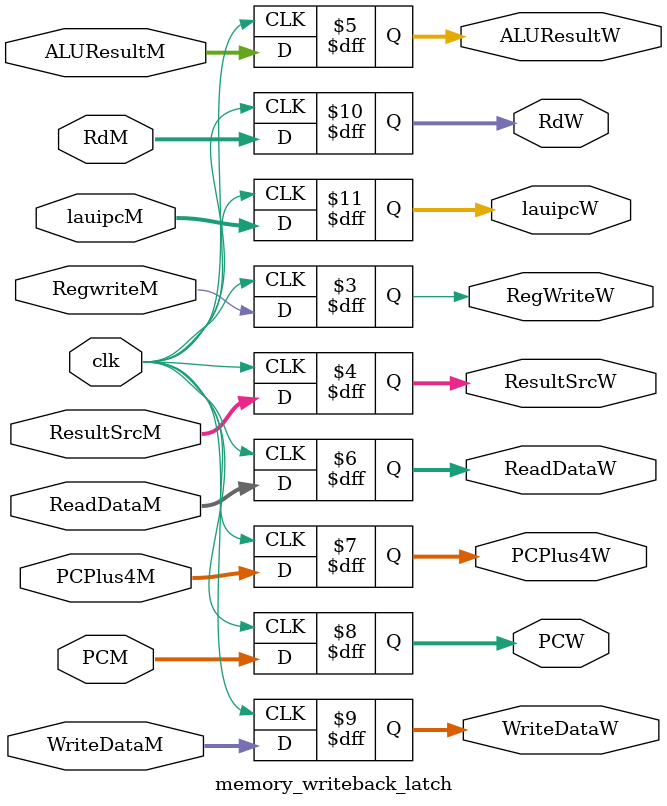
<source format=v>

module memory_writeback_latch (
    input             clk,RegwriteM,
    input      [1:0]  ResultSrcM,
	 input      [31:0] ALUResultM,ReadDataM,PCPlus4M,PCM,WriteDataM,
	 input      [4:0]  RdM,
    output reg RegWriteW,
	 output reg [1:0] ResultSrcW,
	 output reg [31:0] ALUResultW,ReadDataW,PCPlus4W,PCW,WriteDataW,
	 output reg [4:0]  RdW,
	 input   [31:0]lauipcM,
	 output reg [31:0] lauipcW 
);

initial begin
     RegWriteW<= 0;
	  ResultSrcW <= 0;
//	  ALUControlW <= 0;
	  ALUResultW <= 0;
	  ReadDataW <= 0;
	  PCPlus4W <= 0;
	  RdW <= 0;
	  lauipcW<=0;
	  PCW <= 0;
	  WriteDataW <= 0;
end

always @(posedge clk) begin
	  RegWriteW <= RegwriteM;
	  ResultSrcW <= ResultSrcM;
	  ALUResultW <= ALUResultM;
	  ReadDataW <= ReadDataM;
	  PCPlus4W <= PCPlus4M;
	  RdW <= RdM;
	  lauipcW<=lauipcM;
	  PCW <= PCM;
	  WriteDataW <= WriteDataM;
	 end 
endmodule
</source>
